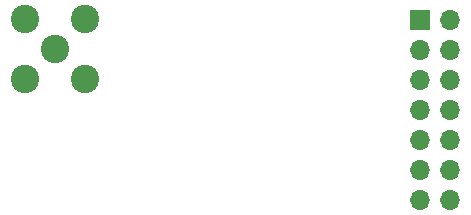
<source format=gbr>
%TF.GenerationSoftware,KiCad,Pcbnew,(5.1.9-0-10_14)*%
%TF.CreationDate,2021-04-20T21:20:53+01:00*%
%TF.ProjectId,pi-hat,70692d68-6174-42e6-9b69-6361645f7063,rev?*%
%TF.SameCoordinates,Original*%
%TF.FileFunction,Soldermask,Bot*%
%TF.FilePolarity,Negative*%
%FSLAX46Y46*%
G04 Gerber Fmt 4.6, Leading zero omitted, Abs format (unit mm)*
G04 Created by KiCad (PCBNEW (5.1.9-0-10_14)) date 2021-04-20 21:20:53*
%MOMM*%
%LPD*%
G01*
G04 APERTURE LIST*
%ADD10O,1.700000X1.700000*%
%ADD11R,1.700000X1.700000*%
%ADD12C,2.400000*%
G04 APERTURE END LIST*
D10*
%TO.C,Pi 17-30*%
X51536600Y-32258000D03*
X48996600Y-32258000D03*
X51536600Y-29718000D03*
X48996600Y-29718000D03*
X51536600Y-27178000D03*
X48996600Y-27178000D03*
X51536600Y-24638000D03*
X48996600Y-24638000D03*
X51536600Y-22098000D03*
X48996600Y-22098000D03*
X51536600Y-19558000D03*
X48996600Y-19558000D03*
X51536600Y-17018000D03*
D11*
X48996600Y-17018000D03*
%TD*%
D12*
%TO.C,SMA*%
X20701000Y-22047200D03*
X15621000Y-22047200D03*
X20701000Y-16967200D03*
X15621000Y-16967200D03*
X18161000Y-19507200D03*
%TD*%
M02*

</source>
